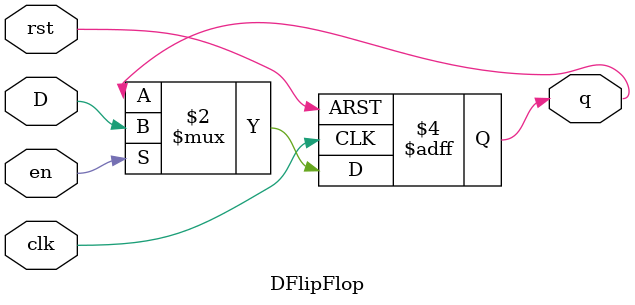
<source format=v>
module DFlipFlop (//BOTAR ENABLE, mesmo sinal de entrada será o de enable 
  input wire D,      // Data input
  input wire clk,
  input wire en,  // Clock input
  input wire rst,    // Reset input
  output reg q       // Output
);

  always @(posedge clk or posedge rst) begin
    if (rst) begin
      q <= 1'b0;      // Reset the flip-flop
    end else  if (en) begin
      q <= D;         // Assign the input to the output on the rising edge of the clock
    end
  end

endmodule 
</source>
